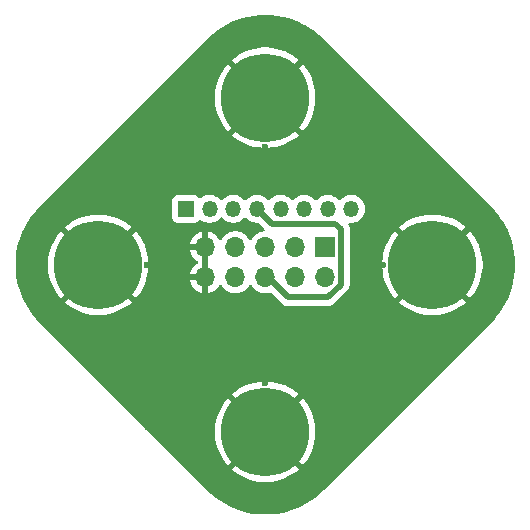
<source format=gbr>
%TF.GenerationSoftware,KiCad,Pcbnew,9.0.0*%
%TF.CreationDate,2025-06-23T16:23:01+09:00*%
%TF.ProjectId,pcb_connector_lan(outer),7063625f-636f-46e6-9e65-63746f725f6c,00*%
%TF.SameCoordinates,Original*%
%TF.FileFunction,Copper,L2,Bot*%
%TF.FilePolarity,Positive*%
%FSLAX46Y46*%
G04 Gerber Fmt 4.6, Leading zero omitted, Abs format (unit mm)*
G04 Created by KiCad (PCBNEW 9.0.0) date 2025-06-23 16:23:01*
%MOMM*%
%LPD*%
G01*
G04 APERTURE LIST*
%TA.AperFunction,ComponentPad*%
%ADD10C,7.500000*%
%TD*%
%TA.AperFunction,ComponentPad*%
%ADD11R,1.350000X1.350000*%
%TD*%
%TA.AperFunction,ComponentPad*%
%ADD12O,1.350000X1.350000*%
%TD*%
%TA.AperFunction,ComponentPad*%
%ADD13R,1.700000X1.700000*%
%TD*%
%TA.AperFunction,ComponentPad*%
%ADD14O,1.700000X1.700000*%
%TD*%
%TA.AperFunction,ViaPad*%
%ADD15C,0.600000*%
%TD*%
%TA.AperFunction,Conductor*%
%ADD16C,0.500000*%
%TD*%
G04 APERTURE END LIST*
D10*
%TO.P,H3,1,1*%
%TO.N,GND*%
X57715720Y-80284280D03*
%TD*%
%TO.P,H1,1,1*%
%TO.N,GND*%
X57715720Y-52000000D03*
%TD*%
%TO.P,H2,1,1*%
%TO.N,GND*%
X43573580Y-66142140D03*
%TD*%
%TO.P,H4,1,1*%
%TO.N,GND*%
X71857860Y-66142140D03*
%TD*%
D11*
%TO.P,J1,1,Pin_1*%
%TO.N,Net-(J1-Pin_1)*%
X51005720Y-61412799D03*
D12*
%TO.P,J1,2,Pin_2*%
%TO.N,Net-(J1-Pin_2)*%
X53005720Y-61412799D03*
%TO.P,J1,3,Pin_3*%
%TO.N,Net-(J1-Pin_3)*%
X55005720Y-61412799D03*
%TO.P,J1,4,Pin_4*%
%TO.N,Net-(J1-Pin_4)*%
X57005720Y-61412799D03*
%TO.P,J1,5,Pin_5*%
%TO.N,Net-(J1-Pin_5)*%
X59005720Y-61412799D03*
%TO.P,J1,6,Pin_6*%
%TO.N,Net-(J1-Pin_6)*%
X61005720Y-61412799D03*
%TO.P,J1,7,Pin_7*%
%TO.N,Net-(J1-Pin_7)*%
X63005720Y-61412799D03*
%TO.P,J1,8,Pin_8*%
%TO.N,Net-(J1-Pin_8)*%
X65005720Y-61412799D03*
%TD*%
D13*
%TO.P,J2,1,Pin_1*%
%TO.N,Net-(J1-Pin_7)*%
X62795720Y-64662799D03*
D14*
%TO.P,J2,2,Pin_2*%
%TO.N,Net-(J1-Pin_8)*%
X62795720Y-67202799D03*
%TO.P,J2,3,Pin_3*%
%TO.N,Net-(J1-Pin_5)*%
X60255720Y-64662799D03*
%TO.P,J2,4,Pin_4*%
%TO.N,Net-(J1-Pin_6)*%
X60255720Y-67202799D03*
%TO.P,J2,5,Pin_5*%
%TO.N,Net-(J1-Pin_3)*%
X57715720Y-64662799D03*
%TO.P,J2,6,Pin_6*%
%TO.N,Net-(J1-Pin_4)*%
X57715720Y-67202799D03*
%TO.P,J2,7,Pin_7*%
%TO.N,Net-(J1-Pin_1)*%
X55175720Y-64662799D03*
%TO.P,J2,8,Pin_8*%
%TO.N,Net-(J1-Pin_2)*%
X55175720Y-67202799D03*
%TO.P,J2,9,Pin_9*%
%TO.N,GND*%
X52635720Y-64662799D03*
%TO.P,J2,10,Pin_10*%
X52635720Y-67202799D03*
%TD*%
D15*
%TO.N,GND*%
X47715720Y-66142140D03*
X67715720Y-66142140D03*
X57715720Y-56142140D03*
X47715720Y-76142140D03*
X47715720Y-56142140D03*
X67715720Y-56142140D03*
X57715720Y-76142140D03*
X67715720Y-76142140D03*
%TD*%
D16*
%TO.N,Net-(J1-Pin_4)*%
X59675720Y-68912799D02*
X63005720Y-68912799D01*
X63647720Y-62662799D02*
X64096720Y-63111799D01*
X57005720Y-61412799D02*
X58255720Y-62662799D01*
X59675720Y-68912799D02*
X57715720Y-66952799D01*
X58255720Y-62662799D02*
X63647720Y-62662799D01*
X64096720Y-67821799D02*
X63005720Y-68912799D01*
X64096720Y-63111799D02*
X64096720Y-67821799D01*
%TD*%
%TA.AperFunction,Conductor*%
%TO.N,GND*%
G36*
X52885720Y-66769787D02*
G01*
X52828713Y-66736874D01*
X52701546Y-66702799D01*
X52569894Y-66702799D01*
X52442727Y-66736874D01*
X52385720Y-66769787D01*
X52385720Y-65095811D01*
X52442727Y-65128724D01*
X52569894Y-65162799D01*
X52701546Y-65162799D01*
X52828713Y-65128724D01*
X52885720Y-65095811D01*
X52885720Y-66769787D01*
G37*
%TD.AperFunction*%
%TA.AperFunction,Conductor*%
G36*
X58210643Y-45018204D02*
G01*
X58219454Y-45018835D01*
X58707453Y-45071301D01*
X58716214Y-45072560D01*
X59199221Y-45159703D01*
X59207857Y-45161582D01*
X59683423Y-45282964D01*
X59691903Y-45285454D01*
X60157583Y-45440447D01*
X60165877Y-45443540D01*
X60619319Y-45631362D01*
X60627371Y-45635039D01*
X60846816Y-45744885D01*
X61066267Y-45854735D01*
X61074026Y-45858972D01*
X61496135Y-46109420D01*
X61503558Y-46114191D01*
X61554502Y-46149562D01*
X61906716Y-46394109D01*
X61913802Y-46399413D01*
X62111262Y-46558536D01*
X62295970Y-46707384D01*
X62302654Y-46713175D01*
X62663497Y-47049132D01*
X62666682Y-47052206D01*
X76805678Y-61191204D01*
X76808752Y-61194389D01*
X77144683Y-61555205D01*
X77150480Y-61561895D01*
X77458445Y-61944057D01*
X77463749Y-61951143D01*
X77621667Y-62178587D01*
X77729748Y-62334253D01*
X77743660Y-62354289D01*
X77748443Y-62361731D01*
X77904420Y-62624618D01*
X77998884Y-62783828D01*
X78003126Y-62791597D01*
X78222819Y-63230489D01*
X78226496Y-63238540D01*
X78414318Y-63691983D01*
X78417411Y-63700277D01*
X78572402Y-64165951D01*
X78574896Y-64174444D01*
X78696274Y-64649995D01*
X78698156Y-64658645D01*
X78785298Y-65141646D01*
X78786557Y-65150407D01*
X78839023Y-65638405D01*
X78839655Y-65647234D01*
X78857172Y-66137714D01*
X78857172Y-66146566D01*
X78839655Y-66637045D01*
X78839023Y-66645874D01*
X78786557Y-67133872D01*
X78785298Y-67142633D01*
X78698156Y-67625634D01*
X78696274Y-67634284D01*
X78574896Y-68109835D01*
X78572402Y-68118328D01*
X78417411Y-68584002D01*
X78414318Y-68592296D01*
X78226496Y-69045739D01*
X78222819Y-69053790D01*
X78003126Y-69492682D01*
X77998884Y-69500451D01*
X77748446Y-69922543D01*
X77743660Y-69929990D01*
X77463749Y-70333136D01*
X77458445Y-70340222D01*
X77150480Y-70722384D01*
X77144683Y-70729074D01*
X76808726Y-71089917D01*
X76805652Y-71093102D01*
X62666654Y-85232098D01*
X62663469Y-85235172D01*
X62302654Y-85571104D01*
X62295964Y-85576901D01*
X61913802Y-85884866D01*
X61906716Y-85890170D01*
X61503570Y-86170080D01*
X61496123Y-86174866D01*
X61074030Y-86425305D01*
X61066262Y-86429547D01*
X60627371Y-86649240D01*
X60619319Y-86652917D01*
X60165877Y-86840739D01*
X60157583Y-86843832D01*
X59691909Y-86998823D01*
X59683416Y-87001317D01*
X59207864Y-87122695D01*
X59199214Y-87124577D01*
X58716214Y-87211719D01*
X58707453Y-87212978D01*
X58219454Y-87265444D01*
X58210625Y-87266076D01*
X57720146Y-87283593D01*
X57711294Y-87283593D01*
X57220814Y-87266076D01*
X57211985Y-87265444D01*
X56723986Y-87212978D01*
X56715225Y-87211719D01*
X56232225Y-87124577D01*
X56223575Y-87122695D01*
X55748023Y-87001317D01*
X55739530Y-86998823D01*
X55273856Y-86843832D01*
X55265562Y-86840739D01*
X54812120Y-86652917D01*
X54804068Y-86649240D01*
X54365177Y-86429547D01*
X54357409Y-86425305D01*
X53935316Y-86174866D01*
X53927869Y-86170080D01*
X53524723Y-85890170D01*
X53517637Y-85884866D01*
X53135475Y-85576901D01*
X53128785Y-85571104D01*
X52767941Y-85235146D01*
X52764756Y-85232072D01*
X47631401Y-80098717D01*
X53465720Y-80098717D01*
X53465720Y-80469842D01*
X53498065Y-80839547D01*
X53498065Y-80839551D01*
X53562507Y-81205015D01*
X53562511Y-81205032D01*
X53658557Y-81563486D01*
X53785495Y-81912243D01*
X53942327Y-82248572D01*
X53942335Y-82248587D01*
X54127886Y-82569970D01*
X54127895Y-82569985D01*
X54340760Y-82873987D01*
X54537725Y-83108719D01*
X54537726Y-83108720D01*
X56421468Y-81224978D01*
X56495308Y-81326610D01*
X56673390Y-81504692D01*
X56775020Y-81578531D01*
X54891278Y-83462272D01*
X54891279Y-83462273D01*
X55126012Y-83659239D01*
X55430014Y-83872104D01*
X55430029Y-83872113D01*
X55751412Y-84057664D01*
X55751427Y-84057672D01*
X56087756Y-84214504D01*
X56436513Y-84341442D01*
X56794967Y-84437488D01*
X56794984Y-84437492D01*
X57160450Y-84501934D01*
X57530157Y-84534279D01*
X57530160Y-84534280D01*
X57901280Y-84534280D01*
X57901282Y-84534279D01*
X58270987Y-84501934D01*
X58270991Y-84501934D01*
X58636455Y-84437492D01*
X58636472Y-84437488D01*
X58994926Y-84341442D01*
X59343683Y-84214504D01*
X59680012Y-84057672D01*
X59680027Y-84057664D01*
X60001410Y-83872113D01*
X60001425Y-83872104D01*
X60305420Y-83659244D01*
X60540159Y-83462273D01*
X60540160Y-83462272D01*
X58656418Y-81578531D01*
X58758050Y-81504692D01*
X58936132Y-81326610D01*
X59009971Y-81224979D01*
X60893712Y-83108720D01*
X60893713Y-83108719D01*
X61090684Y-82873980D01*
X61303544Y-82569985D01*
X61303553Y-82569970D01*
X61489104Y-82248587D01*
X61489112Y-82248572D01*
X61645944Y-81912243D01*
X61772882Y-81563486D01*
X61868928Y-81205032D01*
X61868932Y-81205015D01*
X61933374Y-80839551D01*
X61933374Y-80839547D01*
X61965719Y-80469842D01*
X61965720Y-80469840D01*
X61965720Y-80098720D01*
X61965719Y-80098717D01*
X61933374Y-79729012D01*
X61933374Y-79729008D01*
X61868932Y-79363544D01*
X61868928Y-79363527D01*
X61772882Y-79005073D01*
X61645944Y-78656316D01*
X61489112Y-78319987D01*
X61489104Y-78319972D01*
X61303553Y-77998589D01*
X61303544Y-77998574D01*
X61090679Y-77694572D01*
X60893713Y-77459839D01*
X60893712Y-77459838D01*
X59009970Y-79343580D01*
X58936132Y-79241950D01*
X58758050Y-79063868D01*
X58656417Y-78990027D01*
X60540160Y-77106286D01*
X60540159Y-77106285D01*
X60305427Y-76909320D01*
X60001425Y-76696455D01*
X60001410Y-76696446D01*
X59680027Y-76510895D01*
X59680012Y-76510887D01*
X59343683Y-76354055D01*
X58994926Y-76227117D01*
X58636472Y-76131071D01*
X58636455Y-76131067D01*
X58270989Y-76066625D01*
X57901282Y-76034280D01*
X57530157Y-76034280D01*
X57160452Y-76066625D01*
X57160448Y-76066625D01*
X56794984Y-76131067D01*
X56794967Y-76131071D01*
X56436513Y-76227117D01*
X56087756Y-76354055D01*
X55751427Y-76510887D01*
X55751412Y-76510895D01*
X55430029Y-76696446D01*
X55430014Y-76696455D01*
X55126012Y-76909320D01*
X54891279Y-77106285D01*
X54891278Y-77106286D01*
X56775021Y-78990028D01*
X56673390Y-79063868D01*
X56495308Y-79241950D01*
X56421468Y-79343581D01*
X54537726Y-77459838D01*
X54537725Y-77459839D01*
X54340760Y-77694572D01*
X54127895Y-77998574D01*
X54127886Y-77998589D01*
X53942335Y-78319972D01*
X53942327Y-78319987D01*
X53785495Y-78656316D01*
X53658557Y-79005073D01*
X53562511Y-79363527D01*
X53562507Y-79363544D01*
X53498065Y-79729008D01*
X53498065Y-79729012D01*
X53465720Y-80098717D01*
X47631401Y-80098717D01*
X38625787Y-71093103D01*
X38622713Y-71089918D01*
X38286756Y-70729074D01*
X38280959Y-70722384D01*
X37972994Y-70340222D01*
X37967690Y-70333136D01*
X37786632Y-70072364D01*
X37687771Y-69929978D01*
X37683001Y-69922555D01*
X37432546Y-69500434D01*
X37428322Y-69492699D01*
X37272461Y-69181330D01*
X37208620Y-69053790D01*
X37204943Y-69045739D01*
X37017121Y-68592296D01*
X37014028Y-68584002D01*
X37003809Y-68553299D01*
X36859035Y-68118322D01*
X36856543Y-68109835D01*
X36855678Y-68106447D01*
X36735163Y-67634277D01*
X36733283Y-67625634D01*
X36714031Y-67518928D01*
X36646141Y-67142633D01*
X36644882Y-67133872D01*
X36592416Y-66645874D01*
X36591785Y-66637063D01*
X36574267Y-66146563D01*
X36574267Y-66137714D01*
X36580736Y-65956577D01*
X39323580Y-65956577D01*
X39323580Y-66327702D01*
X39355925Y-66697407D01*
X39355925Y-66697411D01*
X39420367Y-67062875D01*
X39420371Y-67062892D01*
X39516417Y-67421346D01*
X39643355Y-67770103D01*
X39800187Y-68106432D01*
X39800195Y-68106447D01*
X39985746Y-68427830D01*
X39985755Y-68427845D01*
X40198620Y-68731847D01*
X40395585Y-68966579D01*
X40395586Y-68966580D01*
X42279328Y-67082838D01*
X42353168Y-67184470D01*
X42531250Y-67362552D01*
X42632880Y-67436391D01*
X40749138Y-69320132D01*
X40749139Y-69320133D01*
X40983872Y-69517099D01*
X41287874Y-69729964D01*
X41287889Y-69729973D01*
X41609272Y-69915524D01*
X41609287Y-69915532D01*
X41945616Y-70072364D01*
X42294373Y-70199302D01*
X42652827Y-70295348D01*
X42652844Y-70295352D01*
X43018310Y-70359794D01*
X43388017Y-70392139D01*
X43388020Y-70392140D01*
X43759140Y-70392140D01*
X43759142Y-70392139D01*
X44128847Y-70359794D01*
X44128851Y-70359794D01*
X44494315Y-70295352D01*
X44494332Y-70295348D01*
X44852786Y-70199302D01*
X45201543Y-70072364D01*
X45537872Y-69915532D01*
X45537887Y-69915524D01*
X45859270Y-69729973D01*
X45859285Y-69729964D01*
X46163280Y-69517104D01*
X46398019Y-69320133D01*
X46398020Y-69320132D01*
X44514278Y-67436391D01*
X44615910Y-67362552D01*
X44793992Y-67184470D01*
X44867831Y-67082838D01*
X46751572Y-68966580D01*
X46751573Y-68966579D01*
X46948544Y-68731840D01*
X47161404Y-68427845D01*
X47161413Y-68427830D01*
X47346964Y-68106447D01*
X47346972Y-68106432D01*
X47503804Y-67770103D01*
X47630742Y-67421346D01*
X47640845Y-67383642D01*
X47726788Y-67062892D01*
X47726792Y-67062875D01*
X47791234Y-66697411D01*
X47791234Y-66697407D01*
X47823579Y-66327702D01*
X47823580Y-66327700D01*
X47823580Y-65956580D01*
X47823579Y-65956577D01*
X47791234Y-65586872D01*
X47791234Y-65586868D01*
X47726792Y-65221404D01*
X47726788Y-65221387D01*
X47642772Y-64907828D01*
X47630741Y-64862930D01*
X47503804Y-64514177D01*
X47498251Y-64502266D01*
X47498250Y-64502265D01*
X47346972Y-64177847D01*
X47346964Y-64177832D01*
X47161413Y-63856449D01*
X47161404Y-63856434D01*
X46948539Y-63552432D01*
X46751573Y-63317699D01*
X46751572Y-63317698D01*
X44867830Y-65201440D01*
X44793992Y-65099810D01*
X44615910Y-64921728D01*
X44514277Y-64847887D01*
X46398020Y-62964146D01*
X46398019Y-62964145D01*
X46163287Y-62767180D01*
X45859285Y-62554315D01*
X45859270Y-62554306D01*
X45537887Y-62368755D01*
X45537872Y-62368747D01*
X45201543Y-62211915D01*
X44852786Y-62084977D01*
X44494332Y-61988931D01*
X44494315Y-61988927D01*
X44128849Y-61924485D01*
X43759142Y-61892140D01*
X43388017Y-61892140D01*
X43018312Y-61924485D01*
X43018308Y-61924485D01*
X42652844Y-61988927D01*
X42652827Y-61988931D01*
X42294373Y-62084977D01*
X41945616Y-62211915D01*
X41609287Y-62368747D01*
X41609272Y-62368755D01*
X41287889Y-62554306D01*
X41287874Y-62554315D01*
X40983872Y-62767180D01*
X40749139Y-62964145D01*
X40749138Y-62964146D01*
X42632881Y-64847888D01*
X42531250Y-64921728D01*
X42353168Y-65099810D01*
X42279328Y-65201441D01*
X40395586Y-63317698D01*
X40395585Y-63317699D01*
X40198620Y-63552432D01*
X39985755Y-63856434D01*
X39985746Y-63856449D01*
X39800195Y-64177832D01*
X39800187Y-64177847D01*
X39643355Y-64514176D01*
X39516417Y-64862933D01*
X39420371Y-65221387D01*
X39420367Y-65221404D01*
X39355925Y-65586868D01*
X39355925Y-65586872D01*
X39323580Y-65956577D01*
X36580736Y-65956577D01*
X36580991Y-65949449D01*
X36584137Y-65861355D01*
X36591785Y-65647214D01*
X36592416Y-65638405D01*
X36644882Y-65150407D01*
X36646141Y-65141646D01*
X36733285Y-64658632D01*
X36735165Y-64649995D01*
X36856547Y-64174429D01*
X36859032Y-64165965D01*
X37014032Y-63700265D01*
X37017121Y-63691983D01*
X37041522Y-63633075D01*
X37204945Y-63238534D01*
X37208620Y-63230489D01*
X37269852Y-63108163D01*
X37428328Y-62791568D01*
X37432539Y-62783856D01*
X37683008Y-62361711D01*
X37687762Y-62354314D01*
X37967694Y-61951137D01*
X37972994Y-61944057D01*
X37988766Y-61924485D01*
X38280976Y-61561874D01*
X38286738Y-61555225D01*
X38622713Y-61194360D01*
X38625732Y-61191232D01*
X39127030Y-60689934D01*
X49830220Y-60689934D01*
X49830220Y-62135669D01*
X49830221Y-62135675D01*
X49836628Y-62195282D01*
X49886922Y-62330127D01*
X49886926Y-62330134D01*
X49973172Y-62445343D01*
X49973175Y-62445346D01*
X50088384Y-62531592D01*
X50088391Y-62531596D01*
X50223237Y-62581890D01*
X50223236Y-62581890D01*
X50230164Y-62582634D01*
X50282847Y-62588299D01*
X51728592Y-62588298D01*
X51788203Y-62581890D01*
X51923051Y-62531595D01*
X52038266Y-62445345D01*
X52101961Y-62360258D01*
X52157894Y-62318389D01*
X52227586Y-62313405D01*
X52274112Y-62334252D01*
X52389624Y-62418177D01*
X52442944Y-62445345D01*
X52554484Y-62502178D01*
X52554487Y-62502179D01*
X52642470Y-62530766D01*
X52730456Y-62559354D01*
X52913206Y-62588299D01*
X52913207Y-62588299D01*
X53098233Y-62588299D01*
X53098234Y-62588299D01*
X53280984Y-62559354D01*
X53456955Y-62502178D01*
X53621816Y-62418177D01*
X53771507Y-62309420D01*
X53902341Y-62178586D01*
X53905400Y-62174375D01*
X53960726Y-62131708D01*
X54030339Y-62125725D01*
X54092135Y-62158328D01*
X54106035Y-62174369D01*
X54109099Y-62178586D01*
X54239933Y-62309420D01*
X54389624Y-62418177D01*
X54442944Y-62445345D01*
X54554484Y-62502178D01*
X54554487Y-62502179D01*
X54642470Y-62530766D01*
X54730456Y-62559354D01*
X54913206Y-62588299D01*
X54913207Y-62588299D01*
X55098233Y-62588299D01*
X55098234Y-62588299D01*
X55280984Y-62559354D01*
X55456955Y-62502178D01*
X55621816Y-62418177D01*
X55771507Y-62309420D01*
X55902341Y-62178586D01*
X55905400Y-62174375D01*
X55960726Y-62131708D01*
X56030339Y-62125725D01*
X56092135Y-62158328D01*
X56106035Y-62174369D01*
X56109099Y-62178586D01*
X56239933Y-62309420D01*
X56389624Y-62418177D01*
X56442944Y-62445345D01*
X56554484Y-62502178D01*
X56554487Y-62502179D01*
X56642470Y-62530766D01*
X56730456Y-62559354D01*
X56913206Y-62588299D01*
X56913207Y-62588299D01*
X57068490Y-62588299D01*
X57135529Y-62607984D01*
X57156171Y-62624618D01*
X57639716Y-63108163D01*
X57673201Y-63169486D01*
X57668217Y-63239178D01*
X57626345Y-63295111D01*
X57571433Y-63318317D01*
X57399480Y-63345552D01*
X57197305Y-63411243D01*
X57007899Y-63507750D01*
X56835933Y-63632689D01*
X56685610Y-63783012D01*
X56560669Y-63954981D01*
X56556204Y-63963745D01*
X56508229Y-64014541D01*
X56440408Y-64031335D01*
X56374273Y-64008797D01*
X56335236Y-63963745D01*
X56330770Y-63954981D01*
X56205829Y-63783012D01*
X56055506Y-63632689D01*
X55883540Y-63507750D01*
X55694134Y-63411243D01*
X55694133Y-63411242D01*
X55694132Y-63411242D01*
X55491963Y-63345553D01*
X55491961Y-63345552D01*
X55491960Y-63345552D01*
X55316101Y-63317699D01*
X55282007Y-63312299D01*
X55069433Y-63312299D01*
X55035339Y-63317699D01*
X54859480Y-63345552D01*
X54657305Y-63411243D01*
X54467899Y-63507750D01*
X54295933Y-63632689D01*
X54145610Y-63783012D01*
X54020669Y-63954981D01*
X54015922Y-63964298D01*
X53967947Y-64015092D01*
X53900125Y-64031886D01*
X53833991Y-64009347D01*
X53794954Y-63964294D01*
X53790342Y-63955243D01*
X53665447Y-63783339D01*
X53665443Y-63783334D01*
X53515184Y-63633075D01*
X53515179Y-63633071D01*
X53343277Y-63508178D01*
X53153935Y-63411702D01*
X52951844Y-63346040D01*
X52885720Y-63335567D01*
X52885720Y-64229787D01*
X52828713Y-64196874D01*
X52701546Y-64162799D01*
X52569894Y-64162799D01*
X52442727Y-64196874D01*
X52385720Y-64229787D01*
X52385720Y-63335567D01*
X52385719Y-63335567D01*
X52319595Y-63346040D01*
X52117504Y-63411702D01*
X51928162Y-63508178D01*
X51756260Y-63633071D01*
X51756255Y-63633075D01*
X51605996Y-63783334D01*
X51605992Y-63783339D01*
X51481099Y-63955241D01*
X51384624Y-64144581D01*
X51318962Y-64346669D01*
X51318962Y-64346672D01*
X51308489Y-64412799D01*
X52202708Y-64412799D01*
X52169795Y-64469806D01*
X52135720Y-64596973D01*
X52135720Y-64728625D01*
X52169795Y-64855792D01*
X52202708Y-64912799D01*
X51308489Y-64912799D01*
X51318962Y-64978925D01*
X51318962Y-64978928D01*
X51384624Y-65181016D01*
X51481099Y-65370356D01*
X51605992Y-65542258D01*
X51605996Y-65542263D01*
X51756255Y-65692522D01*
X51756260Y-65692526D01*
X51928164Y-65817421D01*
X51937768Y-65822315D01*
X51988564Y-65870290D01*
X52005358Y-65938111D01*
X51982820Y-66004246D01*
X51937768Y-66043283D01*
X51928164Y-66048176D01*
X51756260Y-66173071D01*
X51756255Y-66173075D01*
X51605996Y-66323334D01*
X51605992Y-66323339D01*
X51481099Y-66495241D01*
X51384624Y-66684581D01*
X51318962Y-66886669D01*
X51318962Y-66886672D01*
X51308489Y-66952799D01*
X52202708Y-66952799D01*
X52169795Y-67009806D01*
X52135720Y-67136973D01*
X52135720Y-67268625D01*
X52169795Y-67395792D01*
X52202708Y-67452799D01*
X51308489Y-67452799D01*
X51318962Y-67518925D01*
X51318962Y-67518928D01*
X51384624Y-67721016D01*
X51481099Y-67910356D01*
X51605992Y-68082258D01*
X51605996Y-68082263D01*
X51756255Y-68232522D01*
X51756260Y-68232526D01*
X51928162Y-68357419D01*
X52117502Y-68453894D01*
X52319591Y-68519556D01*
X52385720Y-68530030D01*
X52385720Y-67635811D01*
X52442727Y-67668724D01*
X52569894Y-67702799D01*
X52701546Y-67702799D01*
X52828713Y-67668724D01*
X52885720Y-67635811D01*
X52885720Y-68530029D01*
X52951846Y-68519556D01*
X52951849Y-68519556D01*
X53153937Y-68453894D01*
X53343277Y-68357419D01*
X53515179Y-68232526D01*
X53515184Y-68232522D01*
X53665443Y-68082263D01*
X53665447Y-68082258D01*
X53790340Y-67910357D01*
X53794952Y-67901306D01*
X53842925Y-67850508D01*
X53910745Y-67833711D01*
X53976881Y-67856246D01*
X54015924Y-67901303D01*
X54020669Y-67910616D01*
X54145610Y-68082585D01*
X54295933Y-68232908D01*
X54467899Y-68357847D01*
X54467901Y-68357848D01*
X54467904Y-68357850D01*
X54657308Y-68454356D01*
X54859477Y-68520045D01*
X55069433Y-68553299D01*
X55069434Y-68553299D01*
X55282006Y-68553299D01*
X55282007Y-68553299D01*
X55491963Y-68520045D01*
X55694132Y-68454356D01*
X55883536Y-68357850D01*
X55960537Y-68301906D01*
X56055506Y-68232908D01*
X56055508Y-68232905D01*
X56055512Y-68232903D01*
X56205824Y-68082591D01*
X56205826Y-68082587D01*
X56205829Y-68082585D01*
X56330768Y-67910619D01*
X56330770Y-67910616D01*
X56330771Y-67910615D01*
X56335234Y-67901853D01*
X56383208Y-67851058D01*
X56451028Y-67834262D01*
X56517164Y-67856798D01*
X56556206Y-67901855D01*
X56560671Y-67910619D01*
X56685610Y-68082585D01*
X56835933Y-68232908D01*
X57007899Y-68357847D01*
X57007901Y-68357848D01*
X57007904Y-68357850D01*
X57197308Y-68454356D01*
X57399477Y-68520045D01*
X57609433Y-68553299D01*
X57609434Y-68553299D01*
X57822006Y-68553299D01*
X57822007Y-68553299D01*
X58031963Y-68520045D01*
X58102826Y-68497019D01*
X58172664Y-68495025D01*
X58228823Y-68527270D01*
X59092769Y-69391215D01*
X59197304Y-69495750D01*
X59197307Y-69495752D01*
X59197308Y-69495753D01*
X59320223Y-69577882D01*
X59320226Y-69577884D01*
X59370385Y-69598660D01*
X59376800Y-69601317D01*
X59456808Y-69634458D01*
X59572961Y-69657562D01*
X59596100Y-69662164D01*
X59601801Y-69663299D01*
X59601802Y-69663299D01*
X63079640Y-69663299D01*
X63177182Y-69643895D01*
X63224633Y-69634457D01*
X63361215Y-69577883D01*
X63410449Y-69544985D01*
X63484136Y-69495751D01*
X64679672Y-68300215D01*
X64744428Y-68203299D01*
X64761804Y-68177294D01*
X64818378Y-68040712D01*
X64844256Y-67910619D01*
X64847220Y-67895719D01*
X64847220Y-65956577D01*
X67607860Y-65956577D01*
X67607860Y-66327702D01*
X67640205Y-66697407D01*
X67640205Y-66697411D01*
X67704647Y-67062875D01*
X67704651Y-67062892D01*
X67800697Y-67421346D01*
X67927635Y-67770103D01*
X68084467Y-68106432D01*
X68084475Y-68106447D01*
X68270026Y-68427830D01*
X68270035Y-68427845D01*
X68482900Y-68731847D01*
X68679865Y-68966579D01*
X68679866Y-68966580D01*
X70563608Y-67082838D01*
X70637448Y-67184470D01*
X70815530Y-67362552D01*
X70917160Y-67436391D01*
X69033418Y-69320132D01*
X69033419Y-69320133D01*
X69268152Y-69517099D01*
X69572154Y-69729964D01*
X69572169Y-69729973D01*
X69893552Y-69915524D01*
X69893567Y-69915532D01*
X70229896Y-70072364D01*
X70578653Y-70199302D01*
X70937107Y-70295348D01*
X70937124Y-70295352D01*
X71302590Y-70359794D01*
X71672297Y-70392139D01*
X71672300Y-70392140D01*
X72043420Y-70392140D01*
X72043422Y-70392139D01*
X72413127Y-70359794D01*
X72413131Y-70359794D01*
X72778595Y-70295352D01*
X72778612Y-70295348D01*
X73137066Y-70199302D01*
X73485823Y-70072364D01*
X73822152Y-69915532D01*
X73822167Y-69915524D01*
X74143550Y-69729973D01*
X74143565Y-69729964D01*
X74447560Y-69517104D01*
X74682299Y-69320133D01*
X74682300Y-69320132D01*
X72798558Y-67436391D01*
X72900190Y-67362552D01*
X73078272Y-67184470D01*
X73152111Y-67082839D01*
X75035852Y-68966580D01*
X75035853Y-68966579D01*
X75232824Y-68731840D01*
X75445684Y-68427845D01*
X75445693Y-68427830D01*
X75631244Y-68106447D01*
X75631252Y-68106432D01*
X75788084Y-67770103D01*
X75915022Y-67421346D01*
X76011068Y-67062892D01*
X76011072Y-67062875D01*
X76075514Y-66697411D01*
X76075514Y-66697407D01*
X76107859Y-66327702D01*
X76107860Y-66327700D01*
X76107860Y-65956580D01*
X76107859Y-65956577D01*
X76075514Y-65586872D01*
X76075514Y-65586868D01*
X76011072Y-65221404D01*
X76011068Y-65221387D01*
X75915022Y-64862933D01*
X75788084Y-64514176D01*
X75631252Y-64177847D01*
X75631244Y-64177832D01*
X75445693Y-63856449D01*
X75445684Y-63856434D01*
X75232819Y-63552432D01*
X75035853Y-63317699D01*
X75035852Y-63317698D01*
X73152110Y-65201440D01*
X73078272Y-65099810D01*
X72900190Y-64921728D01*
X72798557Y-64847887D01*
X74682300Y-62964146D01*
X74682299Y-62964145D01*
X74447567Y-62767180D01*
X74143565Y-62554315D01*
X74143550Y-62554306D01*
X73822167Y-62368755D01*
X73822152Y-62368747D01*
X73485823Y-62211915D01*
X73137066Y-62084977D01*
X72778612Y-61988931D01*
X72778595Y-61988927D01*
X72413129Y-61924485D01*
X72043422Y-61892140D01*
X71672297Y-61892140D01*
X71302592Y-61924485D01*
X71302588Y-61924485D01*
X70937124Y-61988927D01*
X70937107Y-61988931D01*
X70578653Y-62084977D01*
X70229896Y-62211915D01*
X69893567Y-62368747D01*
X69893552Y-62368755D01*
X69572169Y-62554306D01*
X69572154Y-62554315D01*
X69268152Y-62767180D01*
X69033419Y-62964145D01*
X69033418Y-62964146D01*
X70917161Y-64847888D01*
X70815530Y-64921728D01*
X70637448Y-65099810D01*
X70563608Y-65201441D01*
X68679866Y-63317698D01*
X68679865Y-63317699D01*
X68482900Y-63552432D01*
X68270035Y-63856434D01*
X68270026Y-63856449D01*
X68084475Y-64177832D01*
X68084467Y-64177847D01*
X67927635Y-64514176D01*
X67800697Y-64862933D01*
X67704651Y-65221387D01*
X67704647Y-65221404D01*
X67640205Y-65586868D01*
X67640205Y-65586872D01*
X67607860Y-65956577D01*
X64847220Y-65956577D01*
X64847220Y-63037878D01*
X64847131Y-63037431D01*
X64847131Y-63037429D01*
X64818379Y-62892891D01*
X64818378Y-62892890D01*
X64818378Y-62892886D01*
X64776423Y-62791597D01*
X64761431Y-62755402D01*
X64753962Y-62685933D01*
X64785237Y-62623454D01*
X64845326Y-62587802D01*
X64895389Y-62585477D01*
X64913206Y-62588299D01*
X64913207Y-62588299D01*
X65098233Y-62588299D01*
X65098234Y-62588299D01*
X65280984Y-62559354D01*
X65456955Y-62502178D01*
X65621816Y-62418177D01*
X65771507Y-62309420D01*
X65902341Y-62178586D01*
X66011098Y-62028895D01*
X66095099Y-61864034D01*
X66152275Y-61688063D01*
X66181220Y-61505313D01*
X66181220Y-61320285D01*
X66152275Y-61137535D01*
X66095099Y-60961564D01*
X66095099Y-60961563D01*
X66011097Y-60796702D01*
X66005719Y-60789300D01*
X65902341Y-60647012D01*
X65771507Y-60516178D01*
X65621816Y-60407421D01*
X65568498Y-60380254D01*
X65456955Y-60323419D01*
X65456952Y-60323418D01*
X65280985Y-60266244D01*
X65138692Y-60243707D01*
X65098234Y-60237299D01*
X64913206Y-60237299D01*
X64872748Y-60243707D01*
X64730454Y-60266244D01*
X64554487Y-60323418D01*
X64554484Y-60323419D01*
X64389623Y-60407421D01*
X64309908Y-60465338D01*
X64239933Y-60516178D01*
X64239931Y-60516180D01*
X64239930Y-60516180D01*
X64109101Y-60647009D01*
X64106034Y-60651231D01*
X64050701Y-60693893D01*
X63981087Y-60699868D01*
X63919294Y-60667258D01*
X63905406Y-60651231D01*
X63902341Y-60647012D01*
X63771507Y-60516178D01*
X63621816Y-60407421D01*
X63568498Y-60380254D01*
X63456955Y-60323419D01*
X63456952Y-60323418D01*
X63280985Y-60266244D01*
X63138692Y-60243707D01*
X63098234Y-60237299D01*
X62913206Y-60237299D01*
X62872748Y-60243707D01*
X62730454Y-60266244D01*
X62554487Y-60323418D01*
X62554484Y-60323419D01*
X62389623Y-60407421D01*
X62309908Y-60465338D01*
X62239933Y-60516178D01*
X62239931Y-60516180D01*
X62239930Y-60516180D01*
X62109101Y-60647009D01*
X62106034Y-60651231D01*
X62050701Y-60693893D01*
X61981087Y-60699868D01*
X61919294Y-60667258D01*
X61905406Y-60651231D01*
X61902341Y-60647012D01*
X61771507Y-60516178D01*
X61621816Y-60407421D01*
X61568498Y-60380254D01*
X61456955Y-60323419D01*
X61456952Y-60323418D01*
X61280985Y-60266244D01*
X61138692Y-60243707D01*
X61098234Y-60237299D01*
X60913206Y-60237299D01*
X60872748Y-60243707D01*
X60730454Y-60266244D01*
X60554487Y-60323418D01*
X60554484Y-60323419D01*
X60389623Y-60407421D01*
X60309908Y-60465338D01*
X60239933Y-60516178D01*
X60239931Y-60516180D01*
X60239930Y-60516180D01*
X60109101Y-60647009D01*
X60106034Y-60651231D01*
X60050701Y-60693893D01*
X59981087Y-60699868D01*
X59919294Y-60667258D01*
X59905406Y-60651231D01*
X59902341Y-60647012D01*
X59771507Y-60516178D01*
X59621816Y-60407421D01*
X59568498Y-60380254D01*
X59456955Y-60323419D01*
X59456952Y-60323418D01*
X59280985Y-60266244D01*
X59138692Y-60243707D01*
X59098234Y-60237299D01*
X58913206Y-60237299D01*
X58872748Y-60243707D01*
X58730454Y-60266244D01*
X58554487Y-60323418D01*
X58554484Y-60323419D01*
X58389623Y-60407421D01*
X58309908Y-60465338D01*
X58239933Y-60516178D01*
X58239931Y-60516180D01*
X58239930Y-60516180D01*
X58109101Y-60647009D01*
X58106034Y-60651231D01*
X58050701Y-60693893D01*
X57981087Y-60699868D01*
X57919294Y-60667258D01*
X57905406Y-60651231D01*
X57902341Y-60647012D01*
X57771507Y-60516178D01*
X57621816Y-60407421D01*
X57568498Y-60380254D01*
X57456955Y-60323419D01*
X57456952Y-60323418D01*
X57280985Y-60266244D01*
X57138692Y-60243707D01*
X57098234Y-60237299D01*
X56913206Y-60237299D01*
X56872748Y-60243707D01*
X56730454Y-60266244D01*
X56554487Y-60323418D01*
X56554484Y-60323419D01*
X56389623Y-60407421D01*
X56309908Y-60465338D01*
X56239933Y-60516178D01*
X56239931Y-60516180D01*
X56239930Y-60516180D01*
X56109101Y-60647009D01*
X56106034Y-60651231D01*
X56050701Y-60693893D01*
X55981087Y-60699868D01*
X55919294Y-60667258D01*
X55905406Y-60651231D01*
X55902341Y-60647012D01*
X55771507Y-60516178D01*
X55621816Y-60407421D01*
X55568498Y-60380254D01*
X55456955Y-60323419D01*
X55456952Y-60323418D01*
X55280985Y-60266244D01*
X55138692Y-60243707D01*
X55098234Y-60237299D01*
X54913206Y-60237299D01*
X54872748Y-60243707D01*
X54730454Y-60266244D01*
X54554487Y-60323418D01*
X54554484Y-60323419D01*
X54389623Y-60407421D01*
X54309908Y-60465338D01*
X54239933Y-60516178D01*
X54239931Y-60516180D01*
X54239930Y-60516180D01*
X54109101Y-60647009D01*
X54106034Y-60651231D01*
X54050701Y-60693893D01*
X53981087Y-60699868D01*
X53919294Y-60667258D01*
X53905406Y-60651231D01*
X53902341Y-60647012D01*
X53771507Y-60516178D01*
X53621816Y-60407421D01*
X53568498Y-60380254D01*
X53456955Y-60323419D01*
X53456952Y-60323418D01*
X53280985Y-60266244D01*
X53138692Y-60243707D01*
X53098234Y-60237299D01*
X52913206Y-60237299D01*
X52872748Y-60243707D01*
X52730454Y-60266244D01*
X52554487Y-60323418D01*
X52554484Y-60323419D01*
X52389620Y-60407423D01*
X52274112Y-60491344D01*
X52208306Y-60514824D01*
X52140252Y-60498998D01*
X52101961Y-60465338D01*
X52058604Y-60407421D01*
X52038266Y-60380253D01*
X52038264Y-60380252D01*
X52038264Y-60380251D01*
X51923055Y-60294005D01*
X51923048Y-60294001D01*
X51788202Y-60243707D01*
X51788203Y-60243707D01*
X51728603Y-60237300D01*
X51728601Y-60237299D01*
X51728593Y-60237299D01*
X51728584Y-60237299D01*
X50282849Y-60237299D01*
X50282843Y-60237300D01*
X50223236Y-60243707D01*
X50088391Y-60294001D01*
X50088384Y-60294005D01*
X49973175Y-60380251D01*
X49973172Y-60380254D01*
X49886926Y-60495463D01*
X49886922Y-60495470D01*
X49836628Y-60630316D01*
X49830221Y-60689915D01*
X49830220Y-60689934D01*
X39127030Y-60689934D01*
X48002527Y-51814437D01*
X53465720Y-51814437D01*
X53465720Y-52185562D01*
X53498065Y-52555267D01*
X53498065Y-52555271D01*
X53562507Y-52920735D01*
X53562511Y-52920752D01*
X53658557Y-53279206D01*
X53785495Y-53627963D01*
X53942327Y-53964292D01*
X53942335Y-53964307D01*
X54127886Y-54285690D01*
X54127895Y-54285705D01*
X54340760Y-54589707D01*
X54537725Y-54824439D01*
X54537726Y-54824440D01*
X56421468Y-52940698D01*
X56495308Y-53042330D01*
X56673390Y-53220412D01*
X56775020Y-53294251D01*
X54891278Y-55177992D01*
X54891279Y-55177993D01*
X55126012Y-55374959D01*
X55430014Y-55587824D01*
X55430029Y-55587833D01*
X55751412Y-55773384D01*
X55751427Y-55773392D01*
X56087756Y-55930224D01*
X56436513Y-56057162D01*
X56794967Y-56153208D01*
X56794984Y-56153212D01*
X57160450Y-56217654D01*
X57530157Y-56249999D01*
X57530160Y-56250000D01*
X57901280Y-56250000D01*
X57901282Y-56249999D01*
X58270987Y-56217654D01*
X58270991Y-56217654D01*
X58636455Y-56153212D01*
X58636472Y-56153208D01*
X58994926Y-56057162D01*
X59343683Y-55930224D01*
X59680012Y-55773392D01*
X59680027Y-55773384D01*
X60001410Y-55587833D01*
X60001425Y-55587824D01*
X60305420Y-55374964D01*
X60540159Y-55177993D01*
X60540160Y-55177992D01*
X58656418Y-53294251D01*
X58758050Y-53220412D01*
X58936132Y-53042330D01*
X59009971Y-52940699D01*
X60893712Y-54824440D01*
X60893713Y-54824439D01*
X61090684Y-54589700D01*
X61303544Y-54285705D01*
X61303553Y-54285690D01*
X61489104Y-53964307D01*
X61489112Y-53964292D01*
X61645944Y-53627963D01*
X61772882Y-53279206D01*
X61868928Y-52920752D01*
X61868932Y-52920735D01*
X61933374Y-52555271D01*
X61933374Y-52555267D01*
X61965719Y-52185562D01*
X61965720Y-52185560D01*
X61965720Y-51814440D01*
X61965719Y-51814437D01*
X61933374Y-51444732D01*
X61933374Y-51444728D01*
X61868932Y-51079264D01*
X61868928Y-51079247D01*
X61772882Y-50720793D01*
X61645944Y-50372036D01*
X61489112Y-50035707D01*
X61489104Y-50035692D01*
X61303553Y-49714309D01*
X61303544Y-49714294D01*
X61090679Y-49410292D01*
X60893713Y-49175559D01*
X60893712Y-49175558D01*
X59009970Y-51059300D01*
X58936132Y-50957670D01*
X58758050Y-50779588D01*
X58656417Y-50705747D01*
X60540160Y-48822006D01*
X60540159Y-48822005D01*
X60305427Y-48625040D01*
X60001425Y-48412175D01*
X60001410Y-48412166D01*
X59680027Y-48226615D01*
X59680012Y-48226607D01*
X59343683Y-48069775D01*
X58994926Y-47942837D01*
X58636472Y-47846791D01*
X58636455Y-47846787D01*
X58270989Y-47782345D01*
X57901282Y-47750000D01*
X57530157Y-47750000D01*
X57160452Y-47782345D01*
X57160448Y-47782345D01*
X56794984Y-47846787D01*
X56794967Y-47846791D01*
X56436513Y-47942837D01*
X56087756Y-48069775D01*
X55751427Y-48226607D01*
X55751412Y-48226615D01*
X55430029Y-48412166D01*
X55430014Y-48412175D01*
X55126012Y-48625040D01*
X54891279Y-48822005D01*
X54891278Y-48822006D01*
X56775021Y-50705748D01*
X56673390Y-50779588D01*
X56495308Y-50957670D01*
X56421468Y-51059301D01*
X54537726Y-49175558D01*
X54537725Y-49175559D01*
X54340760Y-49410292D01*
X54127895Y-49714294D01*
X54127886Y-49714309D01*
X53942335Y-50035692D01*
X53942327Y-50035707D01*
X53785495Y-50372036D01*
X53658557Y-50720793D01*
X53562511Y-51079247D01*
X53562507Y-51079264D01*
X53498065Y-51444728D01*
X53498065Y-51444732D01*
X53465720Y-51814437D01*
X48002527Y-51814437D01*
X52764812Y-47052152D01*
X52767942Y-47049132D01*
X53128805Y-46713157D01*
X53135454Y-46707395D01*
X53517643Y-46399408D01*
X53524723Y-46394109D01*
X53531484Y-46389415D01*
X53927894Y-46114182D01*
X53935291Y-46109428D01*
X54357425Y-45858965D01*
X54365160Y-45854741D01*
X54804073Y-45635036D01*
X54812115Y-45631364D01*
X55265573Y-45443535D01*
X55273844Y-45440451D01*
X55739544Y-45285451D01*
X55748008Y-45282966D01*
X56223588Y-45161581D01*
X56232212Y-45159704D01*
X56715229Y-45072559D01*
X56723986Y-45071301D01*
X57211985Y-45018835D01*
X57220794Y-45018204D01*
X57711296Y-45000686D01*
X57720144Y-45000686D01*
X58210643Y-45018204D01*
G37*
%TD.AperFunction*%
%TD*%
M02*

</source>
